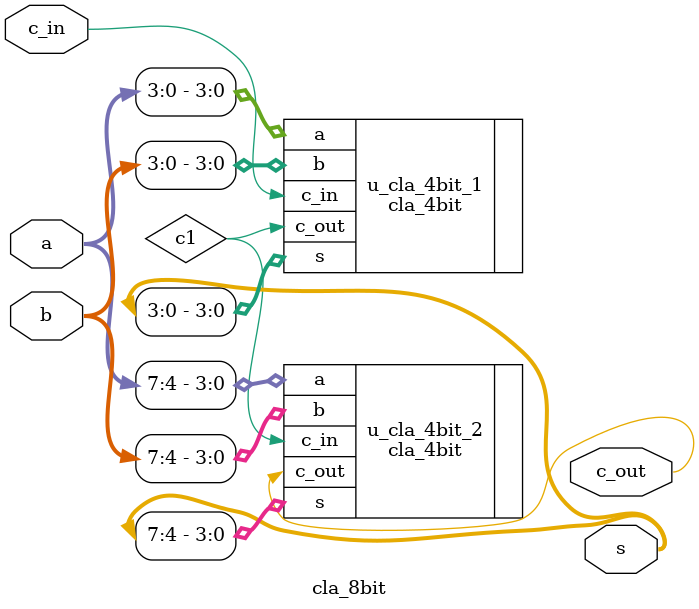
<source format=v>
module cla_8bit(
    input [7:0] a,
    input [7:0] b,
    input c_in,
    output [7:0] s,
    output c_out
);

wire c1;

cla_4bit u_cla_4bit_1(
    .a(a[3:0]),
    .b(b[3:0]),
    .c_in(c_in),
    .s(s[3:0]),
    .c_out(c1)
);

cla_4bit u_cla_4bit_2(
    .a(a[7:4]),
    .b(b[7:4]),
    .c_in(c1),
    .s(s[7:4]),
    .c_out(c_out)
);

endmodule
</source>
